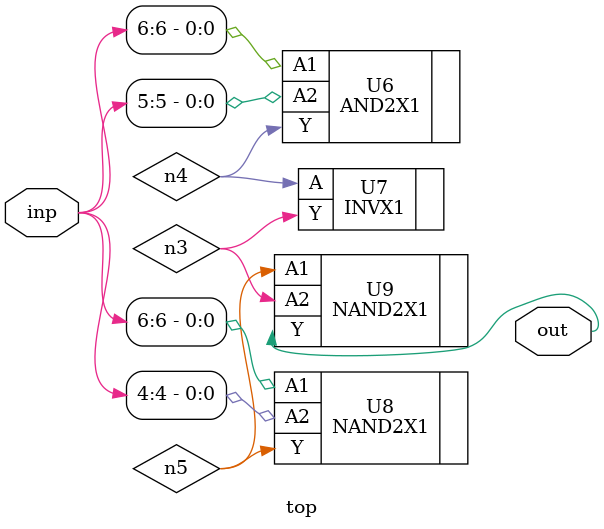
<source format=sv>


module top ( inp, out );
  input [6:0] inp;
  output out;
  wire   n3, n4, n5;

  AND2X1 U6 ( .A1(inp[6]), .A2(inp[5]), .Y(n4) );
  INVX1 U7 ( .A(n4), .Y(n3) );
  NAND2X1 U8 ( .A1(inp[6]), .A2(inp[4]), .Y(n5) );
  NAND2X1 U9 ( .A1(n5), .A2(n3), .Y(out) );
endmodule


</source>
